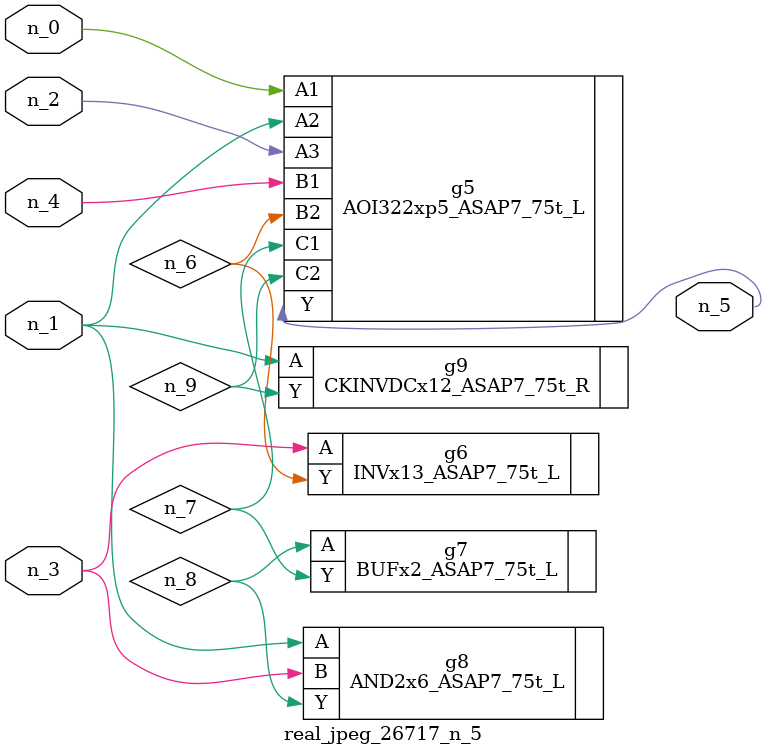
<source format=v>
module real_jpeg_26717_n_5 (n_4, n_0, n_1, n_2, n_3, n_5);

input n_4;
input n_0;
input n_1;
input n_2;
input n_3;

output n_5;

wire n_8;
wire n_6;
wire n_7;
wire n_9;

AOI322xp5_ASAP7_75t_L g5 ( 
.A1(n_0),
.A2(n_1),
.A3(n_2),
.B1(n_4),
.B2(n_6),
.C1(n_7),
.C2(n_9),
.Y(n_5)
);

AND2x6_ASAP7_75t_L g8 ( 
.A(n_1),
.B(n_3),
.Y(n_8)
);

CKINVDCx12_ASAP7_75t_R g9 ( 
.A(n_1),
.Y(n_9)
);

INVx13_ASAP7_75t_L g6 ( 
.A(n_3),
.Y(n_6)
);

BUFx2_ASAP7_75t_L g7 ( 
.A(n_8),
.Y(n_7)
);


endmodule
</source>
